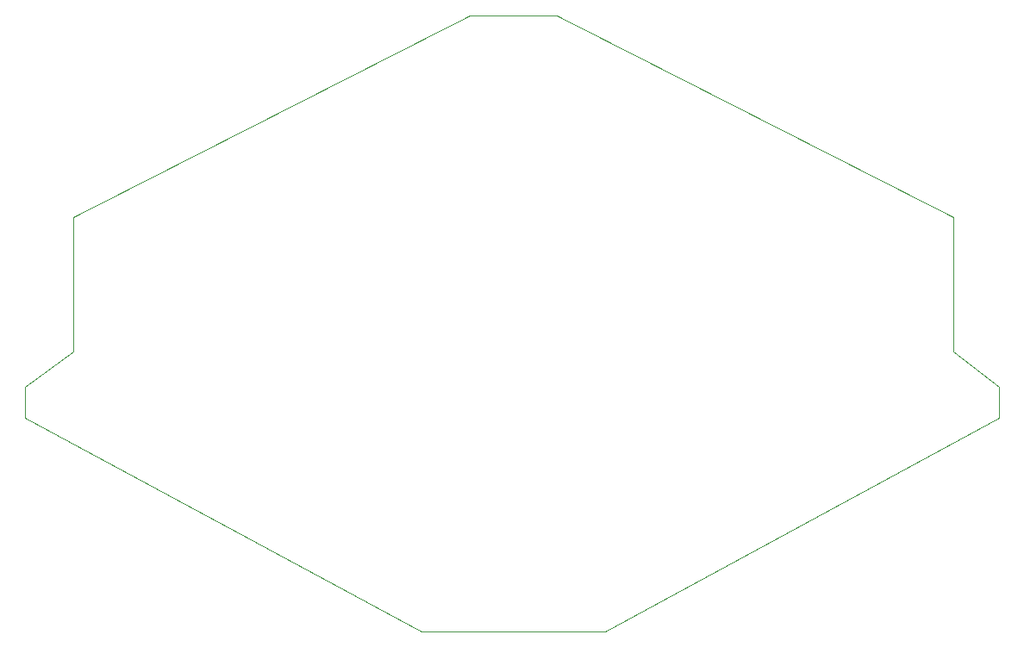
<source format=gbr>
G04 #@! TF.GenerationSoftware,KiCad,Pcbnew,5.1.5+dfsg1-2build2*
G04 #@! TF.CreationDate,2021-06-21T20:14:41+02:00*
G04 #@! TF.ProjectId,chip,63686970-2e6b-4696-9361-645f70636258,rev?*
G04 #@! TF.SameCoordinates,Original*
G04 #@! TF.FileFunction,Profile,NP*
%FSLAX46Y46*%
G04 Gerber Fmt 4.6, Leading zero omitted, Abs format (unit mm)*
G04 Created by KiCad (PCBNEW 5.1.5+dfsg1-2build2) date 2021-06-21 20:14:41*
%MOMM*%
%LPD*%
G04 APERTURE LIST*
%ADD10C,0.050000*%
G04 APERTURE END LIST*
D10*
X165750000Y-63750000D02*
X174250000Y-63750000D01*
X213250000Y-83500000D02*
X174250000Y-63750000D01*
X213250000Y-96750000D02*
X213250000Y-83500000D01*
X217750000Y-100250000D02*
X213250000Y-96750000D01*
X217750000Y-103250000D02*
X217750000Y-100250000D01*
X179000000Y-124250000D02*
X217750000Y-103250000D01*
X161000000Y-124250000D02*
X179000000Y-124250000D01*
X122000000Y-103250000D02*
X161000000Y-124250000D01*
X122000000Y-100250000D02*
X122000000Y-103250000D01*
X126750000Y-96750000D02*
X122000000Y-100250000D01*
X126750000Y-83500000D02*
X126750000Y-96750000D01*
X165750000Y-63750000D02*
X126750000Y-83500000D01*
M02*

</source>
